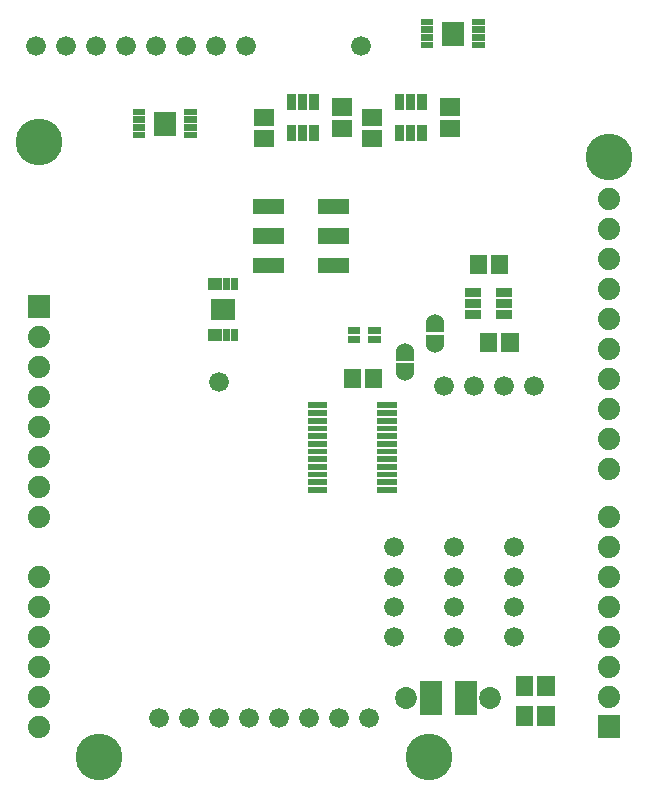
<source format=gbr>
G04 start of page 7 for group -4063 idx -4063 *
G04 Title: (unknown), componentmask *
G04 Creator: pcb 20140316 *
G04 CreationDate: Mon 26 Dec 2016 03:50:00 AM GMT UTC *
G04 For: railfan *
G04 Format: Gerber/RS-274X *
G04 PCB-Dimensions (mil): 2100.00 2700.00 *
G04 PCB-Coordinate-Origin: lower left *
%MOIN*%
%FSLAX25Y25*%
%LNTOPMASK*%
%ADD64R,0.0520X0.0520*%
%ADD63R,0.0304X0.0304*%
%ADD62R,0.0227X0.0227*%
%ADD61R,0.0572X0.0572*%
%ADD60R,0.0300X0.0300*%
%ADD59C,0.0600*%
%ADD58R,0.0190X0.0190*%
%ADD57R,0.0721X0.0721*%
%ADD56R,0.0225X0.0225*%
%ADD55C,0.0730*%
%ADD54C,0.1560*%
%ADD53C,0.0660*%
%ADD52C,0.0740*%
%ADD51C,0.0001*%
G54D51*G36*
X196300Y23700D02*Y16300D01*
X203700D01*
Y23700D01*
X196300D01*
G37*
G54D52*X200000Y30000D03*
Y40000D03*
Y70000D03*
X10000Y130000D03*
Y120000D03*
Y110000D03*
Y100000D03*
G54D53*X70000Y135000D03*
G54D51*G36*
X6300Y163700D02*Y156300D01*
X13700D01*
Y163700D01*
X6300D01*
G37*
G54D52*X10000Y150000D03*
Y140000D03*
Y90000D03*
X200000Y80000D03*
Y90000D03*
Y106000D03*
Y116000D03*
Y126000D03*
Y136000D03*
Y146000D03*
Y156000D03*
Y166000D03*
Y176000D03*
Y186000D03*
Y196000D03*
G54D54*Y210000D03*
G54D52*Y50000D03*
G54D53*X128500D03*
X148500D03*
X168500D03*
G54D52*X200000Y60000D03*
G54D53*X128500D03*
X148500D03*
X168500D03*
G54D54*X140000Y10000D03*
G54D53*X145000Y133500D03*
X155000D03*
X165000D03*
X175000D03*
G54D55*X132450Y29500D03*
X160550D03*
G54D53*X128500Y70000D03*
Y80000D03*
X148500Y70000D03*
Y80000D03*
X168500Y70000D03*
Y80000D03*
X120000Y23000D03*
X110000D03*
X100000D03*
X90000D03*
X80000D03*
G54D54*X10000Y215000D03*
G54D53*X117500Y247000D03*
X79000D03*
X69000D03*
X59000D03*
X49000D03*
X39000D03*
X29000D03*
X19000D03*
X9000D03*
G54D52*X10000Y70000D03*
Y60000D03*
Y50000D03*
Y40000D03*
Y30000D03*
Y20000D03*
G54D54*X30000Y10000D03*
G54D53*X70000Y23000D03*
X60000D03*
X50000D03*
G54D56*X67441Y151424D02*Y149577D01*
X70000Y151424D02*Y149577D01*
X72560Y151424D02*Y149577D01*
X67441Y151046D02*Y150046D01*
X70000Y151046D02*Y150046D01*
X72560Y151046D02*Y150046D01*
X75119Y151424D02*Y149577D01*
Y151046D02*Y150046D01*
Y168515D02*Y166668D01*
Y168046D02*Y167046D01*
X72560Y168515D02*Y166668D01*
Y168046D02*Y167046D01*
G54D51*G36*
X69012Y161314D02*Y156777D01*
X73548D01*
Y161314D01*
X69012D01*
G37*
G54D57*X70886Y159046D02*X71674D01*
G54D56*X70000Y168515D02*Y166668D01*
X67441Y168515D02*Y166668D01*
X70000Y168046D02*Y167046D01*
X67441Y168046D02*Y167046D01*
G54D58*X100583Y127074D02*X105189D01*
X100583Y124515D02*X105189D01*
X100583Y121956D02*X105189D01*
X100583Y119397D02*X105189D01*
X100583Y116838D02*X105189D01*
X100583Y114279D02*X105189D01*
X100583Y111721D02*X105189D01*
X100583Y109162D02*X105189D01*
X100583Y106603D02*X105189D01*
X123811D02*X128417D01*
X100583Y104044D02*X105189D01*
X123811D02*X128417D01*
X100583Y101485D02*X105189D01*
X100583Y98926D02*X105189D01*
X123811D02*X128417D01*
X123811Y101485D02*X128417D01*
X123811Y109162D02*X128417D01*
X123811Y111721D02*X128417D01*
X123811Y114279D02*X128417D01*
X123811Y116838D02*X128417D01*
X123811Y119397D02*X128417D01*
X123811Y121956D02*X128417D01*
X123811Y124515D02*X128417D01*
X123811Y127074D02*X128417D01*
G54D59*X132000Y138100D03*
G54D60*X130500Y139600D02*X133500D01*
G54D61*X114457Y136393D02*Y135607D01*
X121543Y136393D02*Y135607D01*
G54D59*X132000Y144900D03*
G54D60*X130500Y143400D02*X133500D01*
G54D62*X120913Y148925D02*X122783D01*
X120913Y152075D02*X122783D01*
X114217D02*X116087D01*
X114217Y148925D02*X116087D01*
G54D59*X142000Y147600D03*
G54D60*X140500Y149100D02*X143500D01*
G54D59*X142000Y154400D03*
G54D60*X140500Y152900D02*X143500D01*
G54D61*X139800Y32450D02*X141400D01*
X139800Y26550D02*X141400D01*
X151600Y32450D02*X153200D01*
X151600Y26550D02*X153200D01*
X171957Y23893D02*Y23107D01*
X179043Y23893D02*Y23107D01*
X171957Y33893D02*Y33107D01*
X179043Y33893D02*Y33107D01*
X163543Y174393D02*Y173607D01*
X156457Y174393D02*Y173607D01*
G54D63*X153642Y164740D02*X156004D01*
X153642Y161000D02*X156004D01*
X153642Y157260D02*X156004D01*
X163996D02*X166358D01*
X163996Y161000D02*X166358D01*
X163996Y164740D02*X166358D01*
G54D61*X167043Y148393D02*Y147607D01*
X159957Y148393D02*Y147607D01*
X110607Y219414D02*X111393D01*
G54D64*X105750Y173700D02*X110900D01*
X105750Y183500D02*X110900D01*
X105750Y193300D02*X110900D01*
G54D61*X110607Y226500D02*X111393D01*
G54D63*X101740Y229315D02*Y226953D01*
X98000Y229315D02*Y226953D01*
X94260Y229315D02*Y226953D01*
X101740Y218961D02*Y216599D01*
X94260Y218961D02*Y216599D01*
X98000Y218961D02*Y216599D01*
G54D61*X84607Y215914D02*X85393D01*
X84607Y223000D02*X85393D01*
G54D64*X84100Y173700D02*X89250D01*
X84100Y183500D02*X89250D01*
X84100Y193300D02*X89250D01*
G54D61*X120607Y215914D02*X121393D01*
X120607Y223000D02*X121393D01*
X146607Y219414D02*X147393D01*
X146607Y226500D02*X147393D01*
G54D63*X137740Y229315D02*Y226953D01*
X134000Y229315D02*Y226953D01*
X130260Y229315D02*Y226953D01*
Y218961D02*Y216599D01*
X134000Y218961D02*Y216599D01*
X137740Y218961D02*Y216599D01*
G54D56*X59622Y217161D02*X61469D01*
X60000D02*X61000D01*
X59622Y219720D02*X61469D01*
X60000D02*X61000D01*
X59622Y222280D02*X61469D01*
X59622Y224839D02*X61469D01*
X60000Y222280D02*X61000D01*
X60000Y224839D02*X61000D01*
X42531D02*X44378D01*
X42531Y222280D02*X44378D01*
X42531Y219720D02*X44378D01*
X43000Y224839D02*X44000D01*
X43000Y222280D02*X44000D01*
X43000Y219720D02*X44000D01*
X42531Y217161D02*X44378D01*
X43000D02*X44000D01*
G54D51*G36*
X49732Y223268D02*Y218732D01*
X54268D01*
Y223268D01*
X49732D01*
G37*
G54D57*X52000Y221394D02*Y220606D01*
G54D56*X138531Y254839D02*X140378D01*
X139000D02*X140000D01*
X138531Y252280D02*X140378D01*
X139000D02*X140000D01*
X138531Y249720D02*X140378D01*
X138531Y247161D02*X140378D01*
X139000Y249720D02*X140000D01*
X139000Y247161D02*X140000D01*
X155622D02*X157469D01*
X155622Y249720D02*X157469D01*
X155622Y252280D02*X157469D01*
X156000Y247161D02*X157000D01*
X156000Y249720D02*X157000D01*
X156000Y252280D02*X157000D01*
X155622Y254839D02*X157469D01*
X156000D02*X157000D01*
G54D51*G36*
X145732Y253268D02*Y248732D01*
X150268D01*
Y253268D01*
X145732D01*
G37*
G54D57*X148000Y251394D02*Y250606D01*
M02*

</source>
